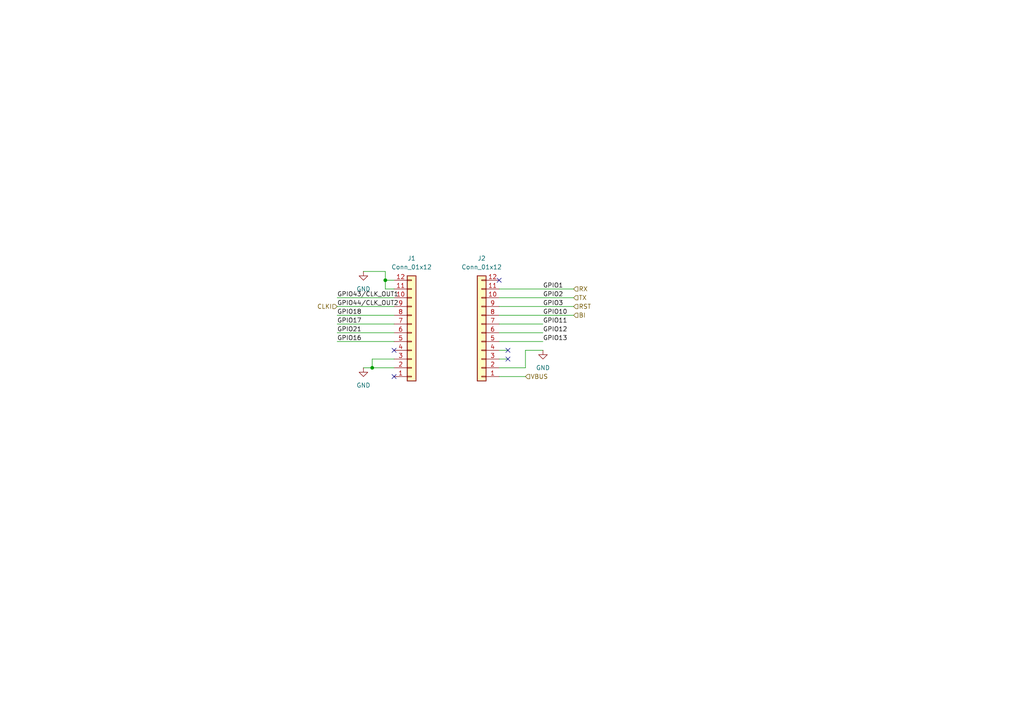
<source format=kicad_sch>
(kicad_sch (version 20231120) (generator "eeschema") (generator_version "8.0")
  (paper "A4")
  (lib_symbols
    (symbol "Connector_Generic:Conn_01x12" (pin_names (offset 1.016) hide)
      (property "Reference" "J" (at 0 15.24 0))
      (property "Value" "Conn_01x12" (at 0 -17.78 0))
      (symbol "Conn_01x12_1_1"
        (rectangle (start -1.27 -15.113) (end 0 -15.367) (stroke (width 0.1524)))
        (rectangle (start -1.27 -12.573) (end 0 -12.827) (stroke (width 0.1524)))
        (rectangle (start -1.27 -10.033) (end 0 -10.287) (stroke (width 0.1524)))
        (rectangle (start -1.27 -7.493) (end 0 -7.747) (stroke (width 0.1524)))
        (rectangle (start -1.27 -4.953) (end 0 -5.207) (stroke (width 0.1524)))
        (rectangle (start -1.27 -2.413) (end 0 -2.667) (stroke (width 0.1524)))
        (rectangle (start -1.27 0.127) (end 0 -0.127) (stroke (width 0.1524)))
        (rectangle (start -1.27 2.667) (end 0 2.413) (stroke (width 0.1524)))
        (rectangle (start -1.27 5.207) (end 0 4.953) (stroke (width 0.1524)))
        (rectangle (start -1.27 7.747) (end 0 7.493) (stroke (width 0.1524)))
        (rectangle (start -1.27 10.287) (end 0 10.033) (stroke (width 0.1524)))
        (rectangle (start -1.27 12.827) (end 0 12.573) (stroke (width 0.1524)))
        (rectangle (start -1.27 13.97) (end 1.27 -16.51) (stroke (width 0.254)) (fill (type background)))
        (pin passive line (at -5.08 12.7 0) (length 3.81) (name "Pin_1") (number "1"))
        (pin passive line (at -5.08 -10.16 0) (length 3.81) (name "Pin_10") (number "10"))
        (pin passive line (at -5.08 -12.7 0) (length 3.81) (name "Pin_11") (number "11"))
        (pin passive line (at -5.08 -15.24 0) (length 3.81) (name "Pin_12") (number "12"))
        (pin passive line (at -5.08 10.16 0) (length 3.81) (name "Pin_2") (number "2"))
        (pin passive line (at -5.08 7.62 0) (length 3.81) (name "Pin_3") (number "3"))
        (pin passive line (at -5.08 5.08 0) (length 3.81) (name "Pin_4") (number "4"))
        (pin passive line (at -5.08 2.54 0) (length 3.81) (name "Pin_5") (number "5"))
        (pin passive line (at -5.08 0 0) (length 3.81) (name "Pin_6") (number "6"))
        (pin passive line (at -5.08 -2.54 0) (length 3.81) (name "Pin_7") (number "7"))
        (pin passive line (at -5.08 -5.08 0) (length 3.81) (name "Pin_8") (number "8"))
        (pin passive line (at -5.08 -7.62 0) (length 3.81) (name "Pin_9") (number "9"))
      )
    )
    (symbol "power:GND" (power) (pin_numbers hide) (pin_names (offset 0) hide)
      (property "Value" "GND" (at 0 -3.81 0))
      (symbol "GND_0_1"
        (polyline (pts (xy 0 0) (xy 0 -1.27) (xy 1.27 -1.27) (xy 0 -2.54) (xy -1.27 -1.27) (xy 0 -1.27)))
      )
      (symbol "GND_1_1"
        (pin power_in line (at 0 0 270) (length 0) (name "~") (number "1"))
      )
    )
  )
  (junction (at 107.95 106.68))
  (junction (at 111.76 81.28))
  (no_connect (at 114.3 101.6))
  (no_connect (at 144.78 81.28))
  (no_connect (at 147.32 101.6))
  (no_connect (at 147.32 104.14))
  (no_connect (at 114.3 109.22))
  (wire (pts (xy 111.76 78.74) (xy 111.76 81.28)))
  (wire (pts (xy 144.78 96.52) (xy 157.48 96.52)))
  (wire (pts (xy 114.3 83.82) (xy 111.76 83.82)))
  (wire (pts (xy 97.79 88.9) (xy 114.3 88.9)))
  (wire (pts (xy 111.76 78.74) (xy 105.41 78.74)))
  (wire (pts (xy 114.3 104.14) (xy 107.95 104.14)))
  (wire (pts (xy 107.95 106.68) (xy 114.3 106.68)))
  (wire (pts (xy 144.78 109.22) (xy 152.4 109.22)))
  (wire (pts (xy 97.79 96.52) (xy 114.3 96.52)))
  (wire (pts (xy 97.79 91.44) (xy 114.3 91.44)))
  (wire (pts (xy 114.3 81.28) (xy 111.76 81.28)))
  (wire (pts (xy 97.79 99.06) (xy 114.3 99.06)))
  (wire (pts (xy 144.78 101.6) (xy 147.32 101.6)))
  (wire (pts (xy 144.78 91.44) (xy 166.37 91.44)))
  (wire (pts (xy 152.4 106.68) (xy 144.78 106.68)))
  (wire (pts (xy 152.4 101.6) (xy 152.4 106.68)))
  (wire (pts (xy 152.4 101.6) (xy 157.48 101.6)))
  (wire (pts (xy 97.79 86.36) (xy 114.3 86.36)))
  (wire (pts (xy 144.78 99.06) (xy 157.48 99.06)))
  (wire (pts (xy 111.76 83.82) (xy 111.76 81.28)))
  (wire (pts (xy 144.78 93.98) (xy 157.48 93.98)))
  (wire (pts (xy 144.78 83.82) (xy 166.37 83.82)))
  (wire (pts (xy 105.41 106.68) (xy 107.95 106.68)))
  (wire (pts (xy 144.78 86.36) (xy 166.37 86.36)))
  (wire (pts (xy 97.79 93.98) (xy 114.3 93.98)))
  (wire (pts (xy 144.78 88.9) (xy 166.37 88.9)))
  (wire (pts (xy 107.95 104.14) (xy 107.95 106.68)))
  (wire (pts (xy 144.78 104.14) (xy 147.32 104.14)))
  (label "GPIO18" (at 97.79 91.44 0))
  (label "GPIO21" (at 97.79 96.52 0))
  (label "GPIO43{slash}CLK_OUT1" (at 97.79 86.36 0))
  (label "GPIO16" (at 97.79 99.06 0))
  (label "GPIO3" (at 157.48 88.9 0))
  (label "GPIO2" (at 157.48 86.36 0))
  (label "GPIO10" (at 157.48 91.44 0))
  (label "GPIO1" (at 157.48 83.82 0))
  (label "GPIO13" (at 157.48 99.06 0))
  (label "GPIO17" (at 97.79 93.98 0))
  (label "GPIO11" (at 157.48 93.98 0))
  (label "GPIO12" (at 157.48 96.52 0))
  (label "GPIO44{slash}CLK_OUT2" (at 97.79 88.9 0))
  (hierarchical_label "RST" (shape input) (at 166.37 88.9 0))
  (hierarchical_label "TX" (shape input) (at 166.37 86.36 0))
  (hierarchical_label "VBUS" (shape input) (at 152.4 109.22 0))
  (hierarchical_label "RX" (shape input) (at 166.37 83.82 0))
  (hierarchical_label "BI" (shape input) (at 166.37 91.44 0))
  (hierarchical_label "CLKI" (shape input) (at 97.79 88.9 180))
  (symbol (lib_id "Connector_Generic:Conn_01x12") (at 139.7 96.52 180) (unit 1)
    (property "Reference" "J2" (at 139.7 74.93 0))
    (property "Value" "Conn_01x12" (at 139.7 77.47 0))
    (property "Footprint" "Connector_PinHeader_2.54mm:PinHeader_1x12_P2.54mm_Vertical" (effects (hide yes)))
    (property "Description" "Generic connector, single row, 01x12, script generated (kicad-library-utils/schlib/autogen/connector/)" (effects (hide yes)))
  )
  (symbol (lib_id "power:GND") (at 105.41 78.74 0) (unit 1)
    (property "Reference" "#PWR09" (effects (hide yes)))
    (property "Value" "GND" (at 105.41 83.82 0))
    (property "Description" "Power symbol creates a global label with name \"GND\" , ground" (effects (hide yes)))
  )
  (symbol (lib_id "Connector_Generic:Conn_01x12") (at 119.38 96.52 0) (mirror x) (unit 1)
    (property "Reference" "J1" (at 119.38 74.93 0))
    (property "Value" "Conn_01x12" (at 119.38 77.47 0))
    (property "Footprint" "Connector_PinHeader_2.54mm:PinHeader_1x12_P2.54mm_Vertical" (effects (hide yes)))
    (property "Description" "Generic connector, single row, 01x12, script generated (kicad-library-utils/schlib/autogen/connector/)" (effects (hide yes)))
  )
  (symbol (lib_id "power:GND") (at 157.48 101.6 0) (unit 1)
    (property "Reference" "#PWR011" (effects (hide yes)))
    (property "Value" "GND" (at 157.48 106.68 0))
    (property "Description" "Power symbol creates a global label with name \"GND\" , ground" (effects (hide yes)))
  )
  (symbol (lib_id "power:GND") (at 105.41 106.68 0) (unit 1)
    (property "Reference" "#PWR010" (effects (hide yes)))
    (property "Value" "GND" (at 105.41 111.76 0))
    (property "Description" "Power symbol creates a global label with name \"GND\" , ground" (effects (hide yes)))
  )
)
</source>
